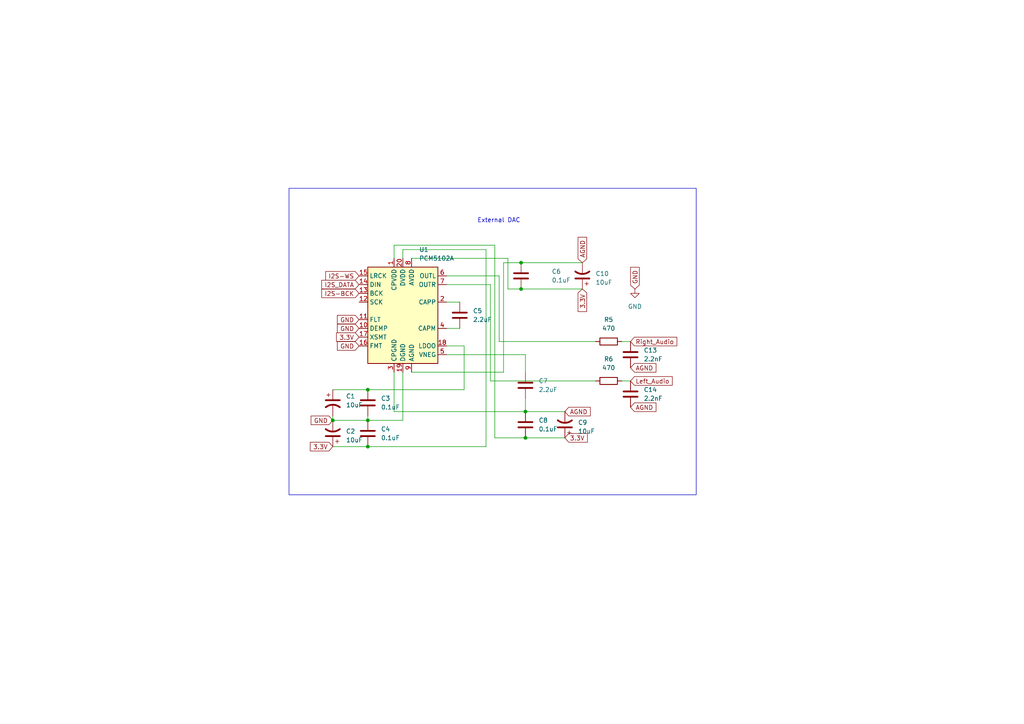
<source format=kicad_sch>
(kicad_sch (version 20230121) (generator eeschema)

  (uuid f5caef4b-ef67-4c21-995d-386690f5834f)

  (paper "A4")

  (lib_symbols
    (symbol "Audio:PCM5102A" (in_bom yes) (on_board yes)
      (property "Reference" "U" (at -10.16 13.97 0)
        (effects (font (size 1.27 1.27)) (justify left))
      )
      (property "Value" "PCM5102A" (at 3.81 13.97 0)
        (effects (font (size 1.27 1.27)) (justify left))
      )
      (property "Footprint" "Package_SO:TSSOP-20_4.4x6.5mm_P0.65mm" (at 25.4 -16.51 0)
        (effects (font (size 1.27 1.27)) hide)
      )
      (property "Datasheet" "https://www.ti.com/lit/ds/symlink/pcm5102a.pdf" (at 0 0 0)
        (effects (font (size 1.27 1.27)) hide)
      )
      (property "ki_keywords" "audio dac 2ch 32bit 384kHz" (at 0 0 0)
        (effects (font (size 1.27 1.27)) hide)
      )
      (property "ki_description" "2.1 VRMS, 112dB Audio Stereo DAC with PLL and 32-bit, 384kHz PCM Interface, TSSOP-20" (at 0 0 0)
        (effects (font (size 1.27 1.27)) hide)
      )
      (property "ki_fp_filters" "TSSOP*4.4x6.5mm*P0.65mm*" (at 0 0 0)
        (effects (font (size 1.27 1.27)) hide)
      )
      (symbol "PCM5102A_0_1"
        (rectangle (start -10.16 12.7) (end 10.16 -15.24)
          (stroke (width 0.254) (type default))
          (fill (type background))
        )
      )
      (symbol "PCM5102A_1_1"
        (pin passive line (at -2.54 15.24 270) (length 2.54)
          (name "CPVDD" (effects (font (size 1.27 1.27))))
          (number "1" (effects (font (size 1.27 1.27))))
        )
        (pin input line (at -12.7 -5.08 0) (length 2.54)
          (name "DEMP" (effects (font (size 1.27 1.27))))
          (number "10" (effects (font (size 1.27 1.27))))
        )
        (pin input line (at -12.7 -2.54 0) (length 2.54)
          (name "FLT" (effects (font (size 1.27 1.27))))
          (number "11" (effects (font (size 1.27 1.27))))
        )
        (pin input line (at -12.7 2.54 0) (length 2.54)
          (name "SCK" (effects (font (size 1.27 1.27))))
          (number "12" (effects (font (size 1.27 1.27))))
        )
        (pin input line (at -12.7 5.08 0) (length 2.54)
          (name "BCK" (effects (font (size 1.27 1.27))))
          (number "13" (effects (font (size 1.27 1.27))))
        )
        (pin input line (at -12.7 7.62 0) (length 2.54)
          (name "DIN" (effects (font (size 1.27 1.27))))
          (number "14" (effects (font (size 1.27 1.27))))
        )
        (pin input line (at -12.7 10.16 0) (length 2.54)
          (name "LRCK" (effects (font (size 1.27 1.27))))
          (number "15" (effects (font (size 1.27 1.27))))
        )
        (pin input line (at -12.7 -10.16 0) (length 2.54)
          (name "FMT" (effects (font (size 1.27 1.27))))
          (number "16" (effects (font (size 1.27 1.27))))
        )
        (pin input line (at -12.7 -7.62 0) (length 2.54)
          (name "XSMT" (effects (font (size 1.27 1.27))))
          (number "17" (effects (font (size 1.27 1.27))))
        )
        (pin passive line (at 12.7 -10.16 180) (length 2.54)
          (name "LDOO" (effects (font (size 1.27 1.27))))
          (number "18" (effects (font (size 1.27 1.27))))
        )
        (pin power_in line (at 0 -17.78 90) (length 2.54)
          (name "DGND" (effects (font (size 1.27 1.27))))
          (number "19" (effects (font (size 1.27 1.27))))
        )
        (pin passive line (at 12.7 2.54 180) (length 2.54)
          (name "CAPP" (effects (font (size 1.27 1.27))))
          (number "2" (effects (font (size 1.27 1.27))))
        )
        (pin power_in line (at 0 15.24 270) (length 2.54)
          (name "DVDD" (effects (font (size 1.27 1.27))))
          (number "20" (effects (font (size 1.27 1.27))))
        )
        (pin power_in line (at -2.54 -17.78 90) (length 2.54)
          (name "CPGND" (effects (font (size 1.27 1.27))))
          (number "3" (effects (font (size 1.27 1.27))))
        )
        (pin passive line (at 12.7 -5.08 180) (length 2.54)
          (name "CAPM" (effects (font (size 1.27 1.27))))
          (number "4" (effects (font (size 1.27 1.27))))
        )
        (pin passive line (at 12.7 -12.7 180) (length 2.54)
          (name "VNEG" (effects (font (size 1.27 1.27))))
          (number "5" (effects (font (size 1.27 1.27))))
        )
        (pin output line (at 12.7 10.16 180) (length 2.54)
          (name "OUTL" (effects (font (size 1.27 1.27))))
          (number "6" (effects (font (size 1.27 1.27))))
        )
        (pin output line (at 12.7 7.62 180) (length 2.54)
          (name "OUTR" (effects (font (size 1.27 1.27))))
          (number "7" (effects (font (size 1.27 1.27))))
        )
        (pin power_in line (at 2.54 15.24 270) (length 2.54)
          (name "AVDD" (effects (font (size 1.27 1.27))))
          (number "8" (effects (font (size 1.27 1.27))))
        )
        (pin power_in line (at 2.54 -17.78 90) (length 2.54)
          (name "AGND" (effects (font (size 1.27 1.27))))
          (number "9" (effects (font (size 1.27 1.27))))
        )
      )
    )
    (symbol "Device:C" (pin_numbers hide) (pin_names (offset 0.254)) (in_bom yes) (on_board yes)
      (property "Reference" "C" (at 0.635 2.54 0)
        (effects (font (size 1.27 1.27)) (justify left))
      )
      (property "Value" "C" (at 0.635 -2.54 0)
        (effects (font (size 1.27 1.27)) (justify left))
      )
      (property "Footprint" "" (at 0.9652 -3.81 0)
        (effects (font (size 1.27 1.27)) hide)
      )
      (property "Datasheet" "~" (at 0 0 0)
        (effects (font (size 1.27 1.27)) hide)
      )
      (property "ki_keywords" "cap capacitor" (at 0 0 0)
        (effects (font (size 1.27 1.27)) hide)
      )
      (property "ki_description" "Unpolarized capacitor" (at 0 0 0)
        (effects (font (size 1.27 1.27)) hide)
      )
      (property "ki_fp_filters" "C_*" (at 0 0 0)
        (effects (font (size 1.27 1.27)) hide)
      )
      (symbol "C_0_1"
        (polyline
          (pts
            (xy -2.032 -0.762)
            (xy 2.032 -0.762)
          )
          (stroke (width 0.508) (type default))
          (fill (type none))
        )
        (polyline
          (pts
            (xy -2.032 0.762)
            (xy 2.032 0.762)
          )
          (stroke (width 0.508) (type default))
          (fill (type none))
        )
      )
      (symbol "C_1_1"
        (pin passive line (at 0 3.81 270) (length 2.794)
          (name "~" (effects (font (size 1.27 1.27))))
          (number "1" (effects (font (size 1.27 1.27))))
        )
        (pin passive line (at 0 -3.81 90) (length 2.794)
          (name "~" (effects (font (size 1.27 1.27))))
          (number "2" (effects (font (size 1.27 1.27))))
        )
      )
    )
    (symbol "Device:C_Polarized_US" (pin_numbers hide) (pin_names (offset 0.254) hide) (in_bom yes) (on_board yes)
      (property "Reference" "C" (at 0.635 2.54 0)
        (effects (font (size 1.27 1.27)) (justify left))
      )
      (property "Value" "C_Polarized_US" (at 0.635 -2.54 0)
        (effects (font (size 1.27 1.27)) (justify left))
      )
      (property "Footprint" "" (at 0 0 0)
        (effects (font (size 1.27 1.27)) hide)
      )
      (property "Datasheet" "~" (at 0 0 0)
        (effects (font (size 1.27 1.27)) hide)
      )
      (property "ki_keywords" "cap capacitor" (at 0 0 0)
        (effects (font (size 1.27 1.27)) hide)
      )
      (property "ki_description" "Polarized capacitor, US symbol" (at 0 0 0)
        (effects (font (size 1.27 1.27)) hide)
      )
      (property "ki_fp_filters" "CP_*" (at 0 0 0)
        (effects (font (size 1.27 1.27)) hide)
      )
      (symbol "C_Polarized_US_0_1"
        (polyline
          (pts
            (xy -2.032 0.762)
            (xy 2.032 0.762)
          )
          (stroke (width 0.508) (type default))
          (fill (type none))
        )
        (polyline
          (pts
            (xy -1.778 2.286)
            (xy -0.762 2.286)
          )
          (stroke (width 0) (type default))
          (fill (type none))
        )
        (polyline
          (pts
            (xy -1.27 1.778)
            (xy -1.27 2.794)
          )
          (stroke (width 0) (type default))
          (fill (type none))
        )
        (arc (start 2.032 -1.27) (mid 0 -0.5572) (end -2.032 -1.27)
          (stroke (width 0.508) (type default))
          (fill (type none))
        )
      )
      (symbol "C_Polarized_US_1_1"
        (pin passive line (at 0 3.81 270) (length 2.794)
          (name "~" (effects (font (size 1.27 1.27))))
          (number "1" (effects (font (size 1.27 1.27))))
        )
        (pin passive line (at 0 -3.81 90) (length 3.302)
          (name "~" (effects (font (size 1.27 1.27))))
          (number "2" (effects (font (size 1.27 1.27))))
        )
      )
    )
    (symbol "Device:R" (pin_numbers hide) (pin_names (offset 0)) (in_bom yes) (on_board yes)
      (property "Reference" "R" (at 2.032 0 90)
        (effects (font (size 1.27 1.27)))
      )
      (property "Value" "R" (at 0 0 90)
        (effects (font (size 1.27 1.27)))
      )
      (property "Footprint" "" (at -1.778 0 90)
        (effects (font (size 1.27 1.27)) hide)
      )
      (property "Datasheet" "~" (at 0 0 0)
        (effects (font (size 1.27 1.27)) hide)
      )
      (property "ki_keywords" "R res resistor" (at 0 0 0)
        (effects (font (size 1.27 1.27)) hide)
      )
      (property "ki_description" "Resistor" (at 0 0 0)
        (effects (font (size 1.27 1.27)) hide)
      )
      (property "ki_fp_filters" "R_*" (at 0 0 0)
        (effects (font (size 1.27 1.27)) hide)
      )
      (symbol "R_0_1"
        (rectangle (start -1.016 -2.54) (end 1.016 2.54)
          (stroke (width 0.254) (type default))
          (fill (type none))
        )
      )
      (symbol "R_1_1"
        (pin passive line (at 0 3.81 270) (length 1.27)
          (name "~" (effects (font (size 1.27 1.27))))
          (number "1" (effects (font (size 1.27 1.27))))
        )
        (pin passive line (at 0 -3.81 90) (length 1.27)
          (name "~" (effects (font (size 1.27 1.27))))
          (number "2" (effects (font (size 1.27 1.27))))
        )
      )
    )
    (symbol "power:GND" (power) (pin_names (offset 0)) (in_bom yes) (on_board yes)
      (property "Reference" "#PWR" (at 0 -6.35 0)
        (effects (font (size 1.27 1.27)) hide)
      )
      (property "Value" "GND" (at 0 -3.81 0)
        (effects (font (size 1.27 1.27)))
      )
      (property "Footprint" "" (at 0 0 0)
        (effects (font (size 1.27 1.27)) hide)
      )
      (property "Datasheet" "" (at 0 0 0)
        (effects (font (size 1.27 1.27)) hide)
      )
      (property "ki_keywords" "global power" (at 0 0 0)
        (effects (font (size 1.27 1.27)) hide)
      )
      (property "ki_description" "Power symbol creates a global label with name \"GND\" , ground" (at 0 0 0)
        (effects (font (size 1.27 1.27)) hide)
      )
      (symbol "GND_0_1"
        (polyline
          (pts
            (xy 0 0)
            (xy 0 -1.27)
            (xy 1.27 -1.27)
            (xy 0 -2.54)
            (xy -1.27 -1.27)
            (xy 0 -1.27)
          )
          (stroke (width 0) (type default))
          (fill (type none))
        )
      )
      (symbol "GND_1_1"
        (pin power_in line (at 0 0 270) (length 0) hide
          (name "GND" (effects (font (size 1.27 1.27))))
          (number "1" (effects (font (size 1.27 1.27))))
        )
      )
    )
  )

  (junction (at 96.52 121.92) (diameter 0) (color 0 0 0 0)
    (uuid 197740a4-8865-4d34-b3bf-5d97b12e2bc4)
  )
  (junction (at 106.68 129.54) (diameter 0) (color 0 0 0 0)
    (uuid 22662b5e-188a-46e3-bbc3-45722d8f685a)
  )
  (junction (at 151.13 76.2) (diameter 0) (color 0 0 0 0)
    (uuid 9c323577-0e44-4b18-800c-df69453a3f9c)
  )
  (junction (at 106.68 113.03) (diameter 0) (color 0 0 0 0)
    (uuid c33cc25b-b15c-48cd-a4cd-f254e1931f6f)
  )
  (junction (at 152.4 127) (diameter 0) (color 0 0 0 0)
    (uuid c3bdd992-3a61-4f56-96bd-5067c6d8d1f3)
  )
  (junction (at 106.68 121.92) (diameter 0) (color 0 0 0 0)
    (uuid cfd003c7-39c2-4dd9-816a-8e66328472cc)
  )
  (junction (at 152.4 119.38) (diameter 0) (color 0 0 0 0)
    (uuid e1c907b4-74c3-4250-8881-f6cb204f6336)
  )
  (junction (at 151.13 83.82) (diameter 0) (color 0 0 0 0)
    (uuid e5b93abf-760a-4cb6-adf5-f687d18bb36c)
  )

  (wire (pts (xy 144.78 99.06) (xy 172.72 99.06))
    (stroke (width 0) (type default))
    (uuid 025cf1b9-c223-4707-86a8-b157a256092f)
  )
  (wire (pts (xy 152.4 102.87) (xy 152.4 107.95))
    (stroke (width 0) (type default))
    (uuid 078b76d1-fe23-4980-9ec8-b40766c5d0d5)
  )
  (wire (pts (xy 151.13 83.82) (xy 168.91 83.82))
    (stroke (width 0) (type default))
    (uuid 08e31c3f-aecf-4ed9-b388-1c9c7e36861c)
  )
  (wire (pts (xy 152.4 127) (xy 163.83 127))
    (stroke (width 0) (type default))
    (uuid 145429fc-cfb5-4b00-abae-230336145f8c)
  )
  (wire (pts (xy 119.38 107.95) (xy 146.05 107.95))
    (stroke (width 0) (type default))
    (uuid 162fadd0-2463-4f4c-8aeb-b539c780688e)
  )
  (wire (pts (xy 106.68 113.03) (xy 134.62 113.03))
    (stroke (width 0) (type default))
    (uuid 1726611a-007a-4a0b-900d-45b6e6705068)
  )
  (wire (pts (xy 147.32 83.82) (xy 151.13 83.82))
    (stroke (width 0) (type default))
    (uuid 21012c58-eb24-49f9-bda8-a5c041e6daf7)
  )
  (wire (pts (xy 129.54 95.25) (xy 133.35 95.25))
    (stroke (width 0) (type default))
    (uuid 22503e7c-953e-4e46-9a91-2cd195c6dace)
  )
  (wire (pts (xy 151.13 76.2) (xy 168.91 76.2))
    (stroke (width 0) (type default))
    (uuid 2f359b5d-cab5-44db-aa21-50db0b677dd4)
  )
  (wire (pts (xy 144.78 80.01) (xy 144.78 99.06))
    (stroke (width 0) (type default))
    (uuid 3ad4e89d-1b09-42e2-a1da-ce665e511364)
  )
  (wire (pts (xy 142.24 82.55) (xy 142.24 110.49))
    (stroke (width 0) (type default))
    (uuid 3c19ecc1-1527-402f-968d-094265f47530)
  )
  (wire (pts (xy 140.97 72.39) (xy 116.84 72.39))
    (stroke (width 0) (type default))
    (uuid 3f6f8c12-d9bc-4dd9-a065-e62c95e92b9f)
  )
  (wire (pts (xy 180.34 99.06) (xy 182.88 99.06))
    (stroke (width 0) (type default))
    (uuid 4fa819d5-3cd9-4077-87ac-dca4c3266456)
  )
  (wire (pts (xy 114.3 74.93) (xy 114.3 71.12))
    (stroke (width 0) (type default))
    (uuid 567c0656-67b7-45df-a1db-7c1bd788b845)
  )
  (wire (pts (xy 180.34 110.49) (xy 182.88 110.49))
    (stroke (width 0) (type default))
    (uuid 5ee9084e-8fb9-4f8e-9f40-c38787597195)
  )
  (wire (pts (xy 152.4 119.38) (xy 163.83 119.38))
    (stroke (width 0) (type default))
    (uuid 67a07cb5-2967-4b80-856d-e06c4a81dd21)
  )
  (wire (pts (xy 114.3 119.38) (xy 152.4 119.38))
    (stroke (width 0) (type default))
    (uuid 7aa117e7-8723-4871-ac46-0e6b05f40959)
  )
  (wire (pts (xy 106.68 121.92) (xy 116.84 121.92))
    (stroke (width 0) (type default))
    (uuid 7cfa457e-1dd1-411b-b35b-af23afa6b862)
  )
  (wire (pts (xy 106.68 129.54) (xy 140.97 129.54))
    (stroke (width 0) (type default))
    (uuid 8b90aa4c-403f-4e9c-9263-0eb1659ab45c)
  )
  (wire (pts (xy 96.52 121.92) (xy 106.68 121.92))
    (stroke (width 0) (type default))
    (uuid 91878024-e81f-4503-a2f5-446dd377131d)
  )
  (wire (pts (xy 152.4 115.57) (xy 152.4 119.38))
    (stroke (width 0) (type default))
    (uuid 93ad0a17-dab6-4cce-8182-59ab6c6efc6e)
  )
  (wire (pts (xy 142.24 110.49) (xy 172.72 110.49))
    (stroke (width 0) (type default))
    (uuid 95a15bee-5ddd-4823-8633-95e63b38a5c1)
  )
  (wire (pts (xy 116.84 72.39) (xy 116.84 74.93))
    (stroke (width 0) (type default))
    (uuid a6b6ded1-932e-4281-907e-e57e4309d998)
  )
  (wire (pts (xy 146.05 107.95) (xy 146.05 76.2))
    (stroke (width 0) (type default))
    (uuid a852e330-950d-4c55-83d6-033c1d018e06)
  )
  (wire (pts (xy 143.51 127) (xy 152.4 127))
    (stroke (width 0) (type default))
    (uuid afa3dc79-c905-4c2e-85e6-ab396227e8ad)
  )
  (wire (pts (xy 129.54 87.63) (xy 133.35 87.63))
    (stroke (width 0) (type default))
    (uuid b34dbff2-0a39-4439-96a1-e1fe48b3d21f)
  )
  (wire (pts (xy 129.54 102.87) (xy 152.4 102.87))
    (stroke (width 0) (type default))
    (uuid beadbe60-5793-4e34-9e84-69825f4e1c55)
  )
  (wire (pts (xy 114.3 107.95) (xy 114.3 119.38))
    (stroke (width 0) (type default))
    (uuid c12a3467-34e7-4267-b303-4597ccf173f0)
  )
  (wire (pts (xy 129.54 82.55) (xy 142.24 82.55))
    (stroke (width 0) (type default))
    (uuid c1be95b3-7155-4d6b-9c45-d14b7aae4c01)
  )
  (wire (pts (xy 119.38 74.93) (xy 147.32 74.93))
    (stroke (width 0) (type default))
    (uuid c5c14ef6-4b1b-480e-b9ca-30647217f05f)
  )
  (wire (pts (xy 147.32 74.93) (xy 147.32 83.82))
    (stroke (width 0) (type default))
    (uuid d6d7da55-33c2-4abf-977c-cd6d7232f543)
  )
  (wire (pts (xy 96.52 120.65) (xy 96.52 121.92))
    (stroke (width 0) (type default))
    (uuid d8dfb2eb-d8a7-4975-bf68-bee034868729)
  )
  (wire (pts (xy 106.68 120.65) (xy 106.68 121.92))
    (stroke (width 0) (type default))
    (uuid da221140-44a9-43f3-9760-965047421786)
  )
  (wire (pts (xy 129.54 80.01) (xy 144.78 80.01))
    (stroke (width 0) (type default))
    (uuid e1cf167b-6c81-436a-80f3-f81cf93da452)
  )
  (wire (pts (xy 134.62 100.33) (xy 129.54 100.33))
    (stroke (width 0) (type default))
    (uuid e264c243-50bf-4ead-a4c5-dfd9067c249a)
  )
  (wire (pts (xy 146.05 76.2) (xy 151.13 76.2))
    (stroke (width 0) (type default))
    (uuid e5015b61-7743-4085-9558-20409a78c154)
  )
  (wire (pts (xy 114.3 71.12) (xy 143.51 71.12))
    (stroke (width 0) (type default))
    (uuid e7249826-f18b-44f3-ade8-e0f3319d7760)
  )
  (wire (pts (xy 140.97 129.54) (xy 140.97 72.39))
    (stroke (width 0) (type default))
    (uuid f12054b1-2c2c-4f0c-9558-8df9c3587263)
  )
  (wire (pts (xy 143.51 71.12) (xy 143.51 127))
    (stroke (width 0) (type default))
    (uuid f13cb821-b4e3-4530-b12a-539cbeae1fde)
  )
  (wire (pts (xy 96.52 129.54) (xy 106.68 129.54))
    (stroke (width 0) (type default))
    (uuid f3ea741f-c7d6-48b3-a63d-d14591915768)
  )
  (wire (pts (xy 116.84 121.92) (xy 116.84 107.95))
    (stroke (width 0) (type default))
    (uuid f79b6fb8-489e-4c3b-b63d-16016aba6e0d)
  )
  (wire (pts (xy 134.62 113.03) (xy 134.62 100.33))
    (stroke (width 0) (type default))
    (uuid f8555636-100f-4b6d-ac90-494e79124835)
  )
  (wire (pts (xy 96.52 113.03) (xy 106.68 113.03))
    (stroke (width 0) (type default))
    (uuid ff1fb8ac-fdfc-4f18-9f69-605e71d40ed7)
  )

  (rectangle (start 83.82 54.61) (end 201.93 143.51)
    (stroke (width 0) (type default))
    (fill (type none))
    (uuid 3a85928f-5871-44f5-aa1d-aed6a2965197)
  )

  (text "External DAC" (at 138.43 64.77 0)
    (effects (font (size 1.27 1.27)) (justify left bottom))
    (uuid 35116b3e-e4db-42f2-8eb3-65794e2fcea8)
  )

  (global_label "GND" (shape input) (at 96.52 121.92 180) (fields_autoplaced)
    (effects (font (size 1.27 1.27)) (justify right))
    (uuid 0a77a2b5-c9e4-4c74-b546-f868db8eeb81)
    (property "Intersheetrefs" "${INTERSHEET_REFS}" (at 89.6643 121.92 0)
      (effects (font (size 1.27 1.27)) (justify right) hide)
    )
  )
  (global_label "AGND" (shape input) (at 168.91 76.2 90) (fields_autoplaced)
    (effects (font (size 1.27 1.27)) (justify left))
    (uuid 0fc520f2-b6ab-47e8-a16c-04fcc95c3cff)
    (property "Intersheetrefs" "${INTERSHEET_REFS}" (at 168.91 68.2557 90)
      (effects (font (size 1.27 1.27)) (justify left) hide)
    )
  )
  (global_label "3.3V" (shape input) (at 163.83 127 0) (fields_autoplaced)
    (effects (font (size 1.27 1.27)) (justify left))
    (uuid 124f9f39-709b-4c2a-b652-2ea7c762b4d6)
    (property "Intersheetrefs" "${INTERSHEET_REFS}" (at 170.9276 127 0)
      (effects (font (size 1.27 1.27)) (justify left) hide)
    )
  )
  (global_label "GND" (shape input) (at 104.14 95.25 180) (fields_autoplaced)
    (effects (font (size 1.27 1.27)) (justify right))
    (uuid 215b6928-bf88-4bba-838c-8e898cb85eff)
    (property "Intersheetrefs" "${INTERSHEET_REFS}" (at 97.2843 95.25 0)
      (effects (font (size 1.27 1.27)) (justify right) hide)
    )
  )
  (global_label "3.3V" (shape input) (at 168.91 83.82 270) (fields_autoplaced)
    (effects (font (size 1.27 1.27)) (justify right))
    (uuid 297eca6a-9d3a-4d67-896e-f6612c8a09c8)
    (property "Intersheetrefs" "${INTERSHEET_REFS}" (at 168.91 90.9176 90)
      (effects (font (size 1.27 1.27)) (justify right) hide)
    )
  )
  (global_label "3.3V" (shape input) (at 96.52 129.54 180) (fields_autoplaced)
    (effects (font (size 1.27 1.27)) (justify right))
    (uuid 29dabf4f-4c80-4405-b17d-8674e69129bf)
    (property "Intersheetrefs" "${INTERSHEET_REFS}" (at 89.4224 129.54 0)
      (effects (font (size 1.27 1.27)) (justify right) hide)
    )
  )
  (global_label "I2S-BCK" (shape input) (at 104.14 85.09 180) (fields_autoplaced)
    (effects (font (size 1.27 1.27)) (justify right))
    (uuid 318a06ab-4292-41dd-bdad-5150712c1b2d)
    (property "Intersheetrefs" "${INTERSHEET_REFS}" (at 92.7486 85.09 0)
      (effects (font (size 1.27 1.27)) (justify right) hide)
    )
  )
  (global_label "AGND" (shape input) (at 182.88 118.11 0) (fields_autoplaced)
    (effects (font (size 1.27 1.27)) (justify left))
    (uuid 319d1d96-67ff-4eaf-b8ad-34b3a86727f3)
    (property "Intersheetrefs" "${INTERSHEET_REFS}" (at 190.8243 118.11 0)
      (effects (font (size 1.27 1.27)) (justify left) hide)
    )
  )
  (global_label "Right_Audio" (shape input) (at 182.88 99.06 0) (fields_autoplaced)
    (effects (font (size 1.27 1.27)) (justify left))
    (uuid 349e0186-90dd-4822-ba21-177b70e2a68f)
    (property "Intersheetrefs" "${INTERSHEET_REFS}" (at 196.8717 99.06 0)
      (effects (font (size 1.27 1.27)) (justify left) hide)
    )
  )
  (global_label "AGND" (shape input) (at 163.83 119.38 0) (fields_autoplaced)
    (effects (font (size 1.27 1.27)) (justify left))
    (uuid 61d18569-4b3f-4369-8a4e-8da5267246bd)
    (property "Intersheetrefs" "${INTERSHEET_REFS}" (at 171.7743 119.38 0)
      (effects (font (size 1.27 1.27)) (justify left) hide)
    )
  )
  (global_label "I2S-WS" (shape input) (at 104.14 80.01 180) (fields_autoplaced)
    (effects (font (size 1.27 1.27)) (justify right))
    (uuid 6fdf47b2-0393-4279-9c2b-7fdd56649277)
    (property "Intersheetrefs" "${INTERSHEET_REFS}" (at 93.8977 80.01 0)
      (effects (font (size 1.27 1.27)) (justify right) hide)
    )
  )
  (global_label "3.3V" (shape input) (at 104.14 97.79 180) (fields_autoplaced)
    (effects (font (size 1.27 1.27)) (justify right))
    (uuid 7f6abb80-3edf-4ef6-afc8-bc399cd2a8e5)
    (property "Intersheetrefs" "${INTERSHEET_REFS}" (at 97.0424 97.79 0)
      (effects (font (size 1.27 1.27)) (justify right) hide)
    )
  )
  (global_label "GND" (shape input) (at 104.14 92.71 180) (fields_autoplaced)
    (effects (font (size 1.27 1.27)) (justify right))
    (uuid 8ad4ad57-3362-4d5d-bada-0ae9c3dfbe2a)
    (property "Intersheetrefs" "${INTERSHEET_REFS}" (at 97.2843 92.71 0)
      (effects (font (size 1.27 1.27)) (justify right) hide)
    )
  )
  (global_label "Left_Audio" (shape input) (at 182.88 110.49 0) (fields_autoplaced)
    (effects (font (size 1.27 1.27)) (justify left))
    (uuid d1a21727-97f6-410b-9971-eca673c9bc17)
    (property "Intersheetrefs" "${INTERSHEET_REFS}" (at 195.5413 110.49 0)
      (effects (font (size 1.27 1.27)) (justify left) hide)
    )
  )
  (global_label "I2S_DATA" (shape input) (at 104.14 82.55 180) (fields_autoplaced)
    (effects (font (size 1.27 1.27)) (justify right))
    (uuid d1be3679-fe56-428f-a84d-6f70bd18fc6c)
    (property "Intersheetrefs" "${INTERSHEET_REFS}" (at 92.7486 82.55 0)
      (effects (font (size 1.27 1.27)) (justify right) hide)
    )
  )
  (global_label "GND" (shape input) (at 184.15 83.82 90) (fields_autoplaced)
    (effects (font (size 1.27 1.27)) (justify left))
    (uuid dbf69b1b-2b6d-411b-bf38-b5f1647664fa)
    (property "Intersheetrefs" "${INTERSHEET_REFS}" (at 184.15 76.9643 90)
      (effects (font (size 1.27 1.27)) (justify left) hide)
    )
  )
  (global_label "GND" (shape input) (at 104.14 100.33 180) (fields_autoplaced)
    (effects (font (size 1.27 1.27)) (justify right))
    (uuid e7709ee4-8bef-4894-955b-81a8418c03df)
    (property "Intersheetrefs" "${INTERSHEET_REFS}" (at 97.2843 100.33 0)
      (effects (font (size 1.27 1.27)) (justify right) hide)
    )
  )
  (global_label "AGND" (shape input) (at 182.88 106.68 0) (fields_autoplaced)
    (effects (font (size 1.27 1.27)) (justify left))
    (uuid fa659827-7d8d-44da-921a-4fb5bf2e9269)
    (property "Intersheetrefs" "${INTERSHEET_REFS}" (at 190.8243 106.68 0)
      (effects (font (size 1.27 1.27)) (justify left) hide)
    )
  )

  (symbol (lib_id "Device:C") (at 152.4 111.76 0) (unit 1)
    (in_bom yes) (on_board yes) (dnp no) (fields_autoplaced)
    (uuid 10f2556d-ccb9-42b7-bbe8-338069e1b73d)
    (property "Reference" "C7" (at 156.21 110.49 0)
      (effects (font (size 1.27 1.27)) (justify left))
    )
    (property "Value" "2.2uF" (at 156.21 113.03 0)
      (effects (font (size 1.27 1.27)) (justify left))
    )
    (property "Footprint" "Capacitor_SMD:C_0805_2012Metric" (at 153.3652 115.57 0)
      (effects (font (size 1.27 1.27)) hide)
    )
    (property "Datasheet" "~" (at 152.4 111.76 0)
      (effects (font (size 1.27 1.27)) hide)
    )
    (pin "1" (uuid 0c416939-a133-41ff-8ae1-5dd1bd56e1f9))
    (pin "2" (uuid 44d87bd5-a4a8-4c8d-91a4-11fdfd25b30a))
    (instances
      (project "PCB_Main_Final"
        (path "/5fa6a8c8-9ad6-4b48-aee7-61e4b0c7a157/8b7c8cc8-9480-405b-b5be-278f5e2d8027"
          (reference "C7") (unit 1)
        )
      )
    )
  )

  (symbol (lib_id "Device:R") (at 176.53 110.49 90) (unit 1)
    (in_bom yes) (on_board yes) (dnp no) (fields_autoplaced)
    (uuid 16c650d6-7545-4214-a7de-fd88a6491403)
    (property "Reference" "R6" (at 176.53 104.14 90)
      (effects (font (size 1.27 1.27)))
    )
    (property "Value" "470" (at 176.53 106.68 90)
      (effects (font (size 1.27 1.27)))
    )
    (property "Footprint" "Resistor_SMD:R_0805_2012Metric" (at 176.53 112.268 90)
      (effects (font (size 1.27 1.27)) hide)
    )
    (property "Datasheet" "~" (at 176.53 110.49 0)
      (effects (font (size 1.27 1.27)) hide)
    )
    (pin "1" (uuid 2ae08561-f844-4105-81cf-20d3bc0b9b2b))
    (pin "2" (uuid 0ca3398a-1110-4381-a59c-937968f09c1f))
    (instances
      (project "PCB_Main_Final"
        (path "/5fa6a8c8-9ad6-4b48-aee7-61e4b0c7a157/8b7c8cc8-9480-405b-b5be-278f5e2d8027"
          (reference "R6") (unit 1)
        )
      )
    )
  )

  (symbol (lib_id "Device:C") (at 133.35 91.44 0) (unit 1)
    (in_bom yes) (on_board yes) (dnp no) (fields_autoplaced)
    (uuid 1e0d727f-0856-49cf-a490-76deffe0eb11)
    (property "Reference" "C5" (at 137.16 90.17 0)
      (effects (font (size 1.27 1.27)) (justify left))
    )
    (property "Value" "2.2uF" (at 137.16 92.71 0)
      (effects (font (size 1.27 1.27)) (justify left))
    )
    (property "Footprint" "Capacitor_SMD:C_0805_2012Metric" (at 134.3152 95.25 0)
      (effects (font (size 1.27 1.27)) hide)
    )
    (property "Datasheet" "~" (at 133.35 91.44 0)
      (effects (font (size 1.27 1.27)) hide)
    )
    (pin "1" (uuid bce61cdc-e3e0-4394-be76-8cfecb29c565))
    (pin "2" (uuid 43fb9b0e-5f12-491e-a37b-8d6438d5862b))
    (instances
      (project "PCB_Main_Final"
        (path "/5fa6a8c8-9ad6-4b48-aee7-61e4b0c7a157/8b7c8cc8-9480-405b-b5be-278f5e2d8027"
          (reference "C5") (unit 1)
        )
      )
    )
  )

  (symbol (lib_id "Device:C_Polarized_US") (at 96.52 116.84 0) (unit 1)
    (in_bom yes) (on_board yes) (dnp no) (fields_autoplaced)
    (uuid 3fca929a-6493-4350-af23-09e5c892f300)
    (property "Reference" "C1" (at 100.33 114.935 0)
      (effects (font (size 1.27 1.27)) (justify left))
    )
    (property "Value" "10uF" (at 100.33 117.475 0)
      (effects (font (size 1.27 1.27)) (justify left))
    )
    (property "Footprint" "Artisyn_Components:EX_DAC_ELEC_CAPS_10uF" (at 96.52 116.84 0)
      (effects (font (size 1.27 1.27)) hide)
    )
    (property "Datasheet" "~" (at 96.52 116.84 0)
      (effects (font (size 1.27 1.27)) hide)
    )
    (pin "2" (uuid 491acea3-d194-4ad5-998b-9ea5492212ce))
    (pin "1" (uuid ee95d547-d460-406d-a125-7b7d9b4df4da))
    (instances
      (project "PCB_Main_Final"
        (path "/5fa6a8c8-9ad6-4b48-aee7-61e4b0c7a157/8b7c8cc8-9480-405b-b5be-278f5e2d8027"
          (reference "C1") (unit 1)
        )
      )
    )
  )

  (symbol (lib_id "Device:C") (at 151.13 80.01 0) (unit 1)
    (in_bom yes) (on_board yes) (dnp no)
    (uuid 42df2b13-5d04-47cb-b68a-ce31dfdb4a60)
    (property "Reference" "C6" (at 160.02 78.74 0)
      (effects (font (size 1.27 1.27)) (justify left))
    )
    (property "Value" "0.1uF" (at 160.02 81.28 0)
      (effects (font (size 1.27 1.27)) (justify left))
    )
    (property "Footprint" "Capacitor_SMD:C_0805_2012Metric" (at 152.0952 83.82 0)
      (effects (font (size 1.27 1.27)) hide)
    )
    (property "Datasheet" "~" (at 151.13 80.01 0)
      (effects (font (size 1.27 1.27)) hide)
    )
    (pin "1" (uuid 2b05d263-aa79-41cb-b6c3-76fc6ba37ede))
    (pin "2" (uuid 6dd83d75-482d-4845-943e-8a1d79779e03))
    (instances
      (project "PCB_Main_Final"
        (path "/5fa6a8c8-9ad6-4b48-aee7-61e4b0c7a157/8b7c8cc8-9480-405b-b5be-278f5e2d8027"
          (reference "C6") (unit 1)
        )
      )
    )
  )

  (symbol (lib_id "Device:C") (at 182.88 102.87 0) (unit 1)
    (in_bom yes) (on_board yes) (dnp no) (fields_autoplaced)
    (uuid 524cbefa-d334-4808-9822-66d87a0c2db8)
    (property "Reference" "C13" (at 186.69 101.6 0)
      (effects (font (size 1.27 1.27)) (justify left))
    )
    (property "Value" "2.2nF" (at 186.69 104.14 0)
      (effects (font (size 1.27 1.27)) (justify left))
    )
    (property "Footprint" "Capacitor_SMD:C_0805_2012Metric" (at 183.8452 106.68 0)
      (effects (font (size 1.27 1.27)) hide)
    )
    (property "Datasheet" "~" (at 182.88 102.87 0)
      (effects (font (size 1.27 1.27)) hide)
    )
    (pin "1" (uuid 0a990cb4-0d81-47b5-b5bf-f1ea9b5604aa))
    (pin "2" (uuid 7efc433b-1db4-44a1-aa2b-df22c925071e))
    (instances
      (project "PCB_Main_Final"
        (path "/5fa6a8c8-9ad6-4b48-aee7-61e4b0c7a157/8b7c8cc8-9480-405b-b5be-278f5e2d8027"
          (reference "C13") (unit 1)
        )
      )
    )
  )

  (symbol (lib_id "Device:C") (at 152.4 123.19 0) (unit 1)
    (in_bom yes) (on_board yes) (dnp no) (fields_autoplaced)
    (uuid 5adc2512-d038-47ea-b501-1082e84927d9)
    (property "Reference" "C8" (at 156.21 121.92 0)
      (effects (font (size 1.27 1.27)) (justify left))
    )
    (property "Value" "0.1uF" (at 156.21 124.46 0)
      (effects (font (size 1.27 1.27)) (justify left))
    )
    (property "Footprint" "Capacitor_SMD:C_0805_2012Metric" (at 153.3652 127 0)
      (effects (font (size 1.27 1.27)) hide)
    )
    (property "Datasheet" "~" (at 152.4 123.19 0)
      (effects (font (size 1.27 1.27)) hide)
    )
    (pin "1" (uuid 31924315-8a07-4477-b32c-3bd587aab081))
    (pin "2" (uuid 711adaed-4e88-4b62-92e5-370da105355d))
    (instances
      (project "PCB_Main_Final"
        (path "/5fa6a8c8-9ad6-4b48-aee7-61e4b0c7a157/8b7c8cc8-9480-405b-b5be-278f5e2d8027"
          (reference "C8") (unit 1)
        )
      )
    )
  )

  (symbol (lib_id "Device:C") (at 106.68 125.73 0) (unit 1)
    (in_bom yes) (on_board yes) (dnp no) (fields_autoplaced)
    (uuid 77970a6e-4674-4354-906a-89963b643a6c)
    (property "Reference" "C4" (at 110.49 124.46 0)
      (effects (font (size 1.27 1.27)) (justify left))
    )
    (property "Value" "0.1uF" (at 110.49 127 0)
      (effects (font (size 1.27 1.27)) (justify left))
    )
    (property "Footprint" "Capacitor_SMD:C_0805_2012Metric" (at 107.6452 129.54 0)
      (effects (font (size 1.27 1.27)) hide)
    )
    (property "Datasheet" "~" (at 106.68 125.73 0)
      (effects (font (size 1.27 1.27)) hide)
    )
    (pin "1" (uuid d9d0aa6a-0c1b-483d-a9e9-86bc0bebea0c))
    (pin "2" (uuid 3d2f8233-9d9d-4c58-b262-80ecb8112d12))
    (instances
      (project "PCB_Main_Final"
        (path "/5fa6a8c8-9ad6-4b48-aee7-61e4b0c7a157/8b7c8cc8-9480-405b-b5be-278f5e2d8027"
          (reference "C4") (unit 1)
        )
      )
    )
  )

  (symbol (lib_id "Device:C_Polarized_US") (at 163.83 123.19 180) (unit 1)
    (in_bom yes) (on_board yes) (dnp no) (fields_autoplaced)
    (uuid 8dfea6d8-72ab-4648-bb76-d087627b55d9)
    (property "Reference" "C9" (at 167.64 122.555 0)
      (effects (font (size 1.27 1.27)) (justify right))
    )
    (property "Value" "10uF" (at 167.64 125.095 0)
      (effects (font (size 1.27 1.27)) (justify right))
    )
    (property "Footprint" "Artisyn_Components:EX_DAC_ELEC_CAPS_10uF" (at 163.83 123.19 0)
      (effects (font (size 1.27 1.27)) hide)
    )
    (property "Datasheet" "~" (at 163.83 123.19 0)
      (effects (font (size 1.27 1.27)) hide)
    )
    (pin "2" (uuid 38c35212-3e0e-49f4-9713-47aae6772cc4))
    (pin "1" (uuid d37ad554-7b71-4a68-a44c-fe49151d56eb))
    (instances
      (project "PCB_Main_Final"
        (path "/5fa6a8c8-9ad6-4b48-aee7-61e4b0c7a157/8b7c8cc8-9480-405b-b5be-278f5e2d8027"
          (reference "C9") (unit 1)
        )
      )
    )
  )

  (symbol (lib_id "power:GND") (at 184.15 83.82 0) (unit 1)
    (in_bom yes) (on_board yes) (dnp no)
    (uuid 8f247fc6-20e4-4c03-a2cb-2cf09335f3da)
    (property "Reference" "#PWR01" (at 184.15 90.17 0)
      (effects (font (size 1.27 1.27)) hide)
    )
    (property "Value" "GND" (at 184.15 88.9 0)
      (effects (font (size 1.27 1.27)))
    )
    (property "Footprint" "" (at 184.15 83.82 0)
      (effects (font (size 1.27 1.27)) hide)
    )
    (property "Datasheet" "" (at 184.15 83.82 0)
      (effects (font (size 1.27 1.27)) hide)
    )
    (pin "1" (uuid 7f855ecd-256e-4d3e-8827-fe5239f7b2ce))
    (instances
      (project "PCB_Main_Final"
        (path "/5fa6a8c8-9ad6-4b48-aee7-61e4b0c7a157/8b7c8cc8-9480-405b-b5be-278f5e2d8027"
          (reference "#PWR01") (unit 1)
        )
      )
    )
  )

  (symbol (lib_id "Device:C_Polarized_US") (at 168.91 80.01 180) (unit 1)
    (in_bom yes) (on_board yes) (dnp no) (fields_autoplaced)
    (uuid 997f5588-ded9-4f3d-b162-2cdc81aec88a)
    (property "Reference" "C10" (at 172.72 79.375 0)
      (effects (font (size 1.27 1.27)) (justify right))
    )
    (property "Value" "10uF" (at 172.72 81.915 0)
      (effects (font (size 1.27 1.27)) (justify right))
    )
    (property "Footprint" "Artisyn_Components:EX_DAC_ELEC_CAPS_10uF" (at 168.91 80.01 0)
      (effects (font (size 1.27 1.27)) hide)
    )
    (property "Datasheet" "~" (at 168.91 80.01 0)
      (effects (font (size 1.27 1.27)) hide)
    )
    (pin "2" (uuid bf9c279e-b006-4ade-863b-bb332d249088))
    (pin "1" (uuid 5fb58d29-086c-455a-9a87-2b141ec01ba5))
    (instances
      (project "PCB_Main_Final"
        (path "/5fa6a8c8-9ad6-4b48-aee7-61e4b0c7a157/8b7c8cc8-9480-405b-b5be-278f5e2d8027"
          (reference "C10") (unit 1)
        )
      )
    )
  )

  (symbol (lib_id "Device:C_Polarized_US") (at 96.52 125.73 180) (unit 1)
    (in_bom yes) (on_board yes) (dnp no) (fields_autoplaced)
    (uuid 99a4a108-3731-4e7d-aac8-08ccef53e061)
    (property "Reference" "C2" (at 100.33 125.095 0)
      (effects (font (size 1.27 1.27)) (justify right))
    )
    (property "Value" "10uF" (at 100.33 127.635 0)
      (effects (font (size 1.27 1.27)) (justify right))
    )
    (property "Footprint" "Artisyn_Components:EX_DAC_ELEC_CAPS_10uF" (at 96.52 125.73 0)
      (effects (font (size 1.27 1.27)) hide)
    )
    (property "Datasheet" "~" (at 96.52 125.73 0)
      (effects (font (size 1.27 1.27)) hide)
    )
    (pin "2" (uuid 63529ffd-0ee9-44ee-a733-044aed409d6a))
    (pin "1" (uuid dc98308b-9a13-4827-8718-ccefae494c82))
    (instances
      (project "PCB_Main_Final"
        (path "/5fa6a8c8-9ad6-4b48-aee7-61e4b0c7a157/8b7c8cc8-9480-405b-b5be-278f5e2d8027"
          (reference "C2") (unit 1)
        )
      )
    )
  )

  (symbol (lib_id "Device:R") (at 176.53 99.06 90) (unit 1)
    (in_bom yes) (on_board yes) (dnp no) (fields_autoplaced)
    (uuid a5f2bbb2-665e-4c55-b283-4952c02020a0)
    (property "Reference" "R5" (at 176.53 92.71 90)
      (effects (font (size 1.27 1.27)))
    )
    (property "Value" "470" (at 176.53 95.25 90)
      (effects (font (size 1.27 1.27)))
    )
    (property "Footprint" "Resistor_SMD:R_0805_2012Metric" (at 176.53 100.838 90)
      (effects (font (size 1.27 1.27)) hide)
    )
    (property "Datasheet" "~" (at 176.53 99.06 0)
      (effects (font (size 1.27 1.27)) hide)
    )
    (pin "1" (uuid 8d41eedd-3ece-498c-b501-c8822b28180a))
    (pin "2" (uuid d3d5761a-419b-459c-8194-7d85b6dc28ad))
    (instances
      (project "PCB_Main_Final"
        (path "/5fa6a8c8-9ad6-4b48-aee7-61e4b0c7a157/8b7c8cc8-9480-405b-b5be-278f5e2d8027"
          (reference "R5") (unit 1)
        )
      )
    )
  )

  (symbol (lib_id "Device:C") (at 182.88 114.3 0) (unit 1)
    (in_bom yes) (on_board yes) (dnp no) (fields_autoplaced)
    (uuid e27c7f49-be18-472a-b9d0-d05267ccccd5)
    (property "Reference" "C14" (at 186.69 113.03 0)
      (effects (font (size 1.27 1.27)) (justify left))
    )
    (property "Value" "2.2nF" (at 186.69 115.57 0)
      (effects (font (size 1.27 1.27)) (justify left))
    )
    (property "Footprint" "Capacitor_SMD:C_0805_2012Metric" (at 183.8452 118.11 0)
      (effects (font (size 1.27 1.27)) hide)
    )
    (property "Datasheet" "~" (at 182.88 114.3 0)
      (effects (font (size 1.27 1.27)) hide)
    )
    (pin "1" (uuid 161a98fa-e422-4f25-a068-9e11788fdcd9))
    (pin "2" (uuid 959ac60d-8ca5-49c7-b3d9-888d7e7789c5))
    (instances
      (project "PCB_Main_Final"
        (path "/5fa6a8c8-9ad6-4b48-aee7-61e4b0c7a157/8b7c8cc8-9480-405b-b5be-278f5e2d8027"
          (reference "C14") (unit 1)
        )
      )
    )
  )

  (symbol (lib_id "Audio:PCM5102A") (at 116.84 90.17 0) (unit 1)
    (in_bom yes) (on_board yes) (dnp no) (fields_autoplaced)
    (uuid f251934b-958d-409e-bf4b-88ad5d03c7fb)
    (property "Reference" "U1" (at 121.5741 72.39 0)
      (effects (font (size 1.27 1.27)) (justify left))
    )
    (property "Value" "PCM5102A" (at 121.5741 74.93 0)
      (effects (font (size 1.27 1.27)) (justify left))
    )
    (property "Footprint" "Package_SO:TSSOP-20_4.4x6.5mm_P0.65mm" (at 142.24 106.68 0)
      (effects (font (size 1.27 1.27)) hide)
    )
    (property "Datasheet" "https://www.ti.com/lit/ds/symlink/pcm5102a.pdf" (at 116.84 90.17 0)
      (effects (font (size 1.27 1.27)) hide)
    )
    (pin "1" (uuid 8dcee53e-f3df-4377-a27c-45ef9eeba8a4))
    (pin "18" (uuid a2e7ce70-0ba4-4c98-985f-ae296fe86306))
    (pin "14" (uuid b63b2984-0518-449f-bdb7-85ed66df21eb))
    (pin "19" (uuid f2678be8-f2e1-4406-8784-fa18fa92e90a))
    (pin "2" (uuid b7f1725a-9a48-4b48-8b4d-2af4fc1eb85c))
    (pin "5" (uuid 88cc84ad-1ccb-4db6-bc6c-330f3750ea02))
    (pin "6" (uuid 18c30567-8ebc-4ea1-9a1d-92effa394372))
    (pin "10" (uuid 08d4cbde-e4c0-4300-89a3-4295ee9015e3))
    (pin "15" (uuid b5d81dd8-2ae4-4be0-bd7d-e01a981882ca))
    (pin "12" (uuid a596f466-4483-4610-b72a-2ef952bc4440))
    (pin "16" (uuid 7fe65fb8-f8fa-4645-92fd-aca573de7ff7))
    (pin "13" (uuid 0ca29d4d-3570-4ce2-8399-1d08040d12d8))
    (pin "3" (uuid de424df3-da9b-46d2-bc52-95f43b0ef5f4))
    (pin "17" (uuid c892e2d4-80e0-4ac8-882b-bd399affac08))
    (pin "8" (uuid e139ac38-53d8-4406-99dc-ac538c713b9d))
    (pin "4" (uuid c5224908-02ea-49f3-91d9-98ff77e67ea3))
    (pin "11" (uuid f093cda9-2206-478d-b5e8-0e6687d42a0e))
    (pin "7" (uuid debe0995-ed38-463e-8b51-d4731d119dda))
    (pin "9" (uuid 1d514d96-f8c3-4b7c-b624-b5e58a300a9c))
    (pin "20" (uuid 16d244b8-9bd9-4e40-8c7c-7709e43bdb0e))
    (instances
      (project "PCB_Main_Final"
        (path "/5fa6a8c8-9ad6-4b48-aee7-61e4b0c7a157/8b7c8cc8-9480-405b-b5be-278f5e2d8027"
          (reference "U1") (unit 1)
        )
      )
    )
  )

  (symbol (lib_id "Device:C") (at 106.68 116.84 0) (unit 1)
    (in_bom yes) (on_board yes) (dnp no) (fields_autoplaced)
    (uuid fc7a8620-4c0b-47d1-9d70-47ae52db5acb)
    (property "Reference" "C3" (at 110.49 115.57 0)
      (effects (font (size 1.27 1.27)) (justify left))
    )
    (property "Value" "0.1uF" (at 110.49 118.11 0)
      (effects (font (size 1.27 1.27)) (justify left))
    )
    (property "Footprint" "Capacitor_SMD:C_0805_2012Metric" (at 107.6452 120.65 0)
      (effects (font (size 1.27 1.27)) hide)
    )
    (property "Datasheet" "~" (at 106.68 116.84 0)
      (effects (font (size 1.27 1.27)) hide)
    )
    (pin "1" (uuid e4f1e45a-a5b6-46f6-9a0f-d604fc4e2727))
    (pin "2" (uuid f09f3108-552e-4bca-b2e4-89617fd28a5f))
    (instances
      (project "PCB_Main_Final"
        (path "/5fa6a8c8-9ad6-4b48-aee7-61e4b0c7a157/8b7c8cc8-9480-405b-b5be-278f5e2d8027"
          (reference "C3") (unit 1)
        )
      )
    )
  )
)

</source>
